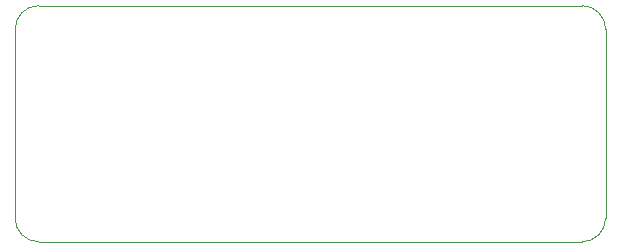
<source format=gm1>
G04 #@! TF.GenerationSoftware,KiCad,Pcbnew,9.0.0*
G04 #@! TF.CreationDate,2025-04-06T23:20:39+02:00*
G04 #@! TF.ProjectId,RF-to-USB,52462d74-6f2d-4555-9342-2e6b69636164,rev?*
G04 #@! TF.SameCoordinates,Original*
G04 #@! TF.FileFunction,Profile,NP*
%FSLAX46Y46*%
G04 Gerber Fmt 4.6, Leading zero omitted, Abs format (unit mm)*
G04 Created by KiCad (PCBNEW 9.0.0) date 2025-04-06 23:20:39*
%MOMM*%
%LPD*%
G01*
G04 APERTURE LIST*
G04 #@! TA.AperFunction,Profile*
%ADD10C,0.050000*%
G04 #@! TD*
G04 APERTURE END LIST*
D10*
X77500000Y-38500000D02*
X123500000Y-38500000D01*
X123500000Y-38500000D02*
G75*
G02*
X125500000Y-40500000I0J-2000000D01*
G01*
X125500000Y-56500000D02*
G75*
G02*
X123500000Y-58500000I-2000000J0D01*
G01*
X123500000Y-58500000D02*
X77500000Y-58500000D01*
X75500000Y-40500000D02*
G75*
G02*
X77500000Y-38500000I2000000J0D01*
G01*
X77500000Y-58500000D02*
G75*
G02*
X75500000Y-56500000I0J2000000D01*
G01*
X125500000Y-40500000D02*
X125500000Y-56500000D01*
X75500000Y-56500000D02*
X75500000Y-40500000D01*
M02*

</source>
